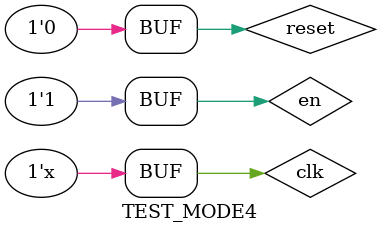
<source format=v>
`timescale 1ns / 1ps


module TEST_MODE4;

	// Inputs
	reg clk;
	reg reset;
	reg en;

	// Outputs
	wire [7:0] OUT;

	// Instantiate the Unit Under Test (UUT)
	MODE4_SANGDON uut (
		.clk(clk), 
		.reset(reset), 
		.en(en), 
		.OUT(OUT)
	);
	always 
	begin #10;clk=~clk; end
	initial begin
		// Initialize Inputs
		clk = 0;
		reset = 0;
		en = 0;
		#10;
		reset = 1;
		#10;
		reset = 0;
		en = 1;
		
		// Wait 100 ns for global reset to finish
		#100;
      en = 0;
		#100;
		en = 1;
		reset = 1;
		#10;
		reset = 0;
		// Add stimulus here

	end
      
endmodule


</source>
